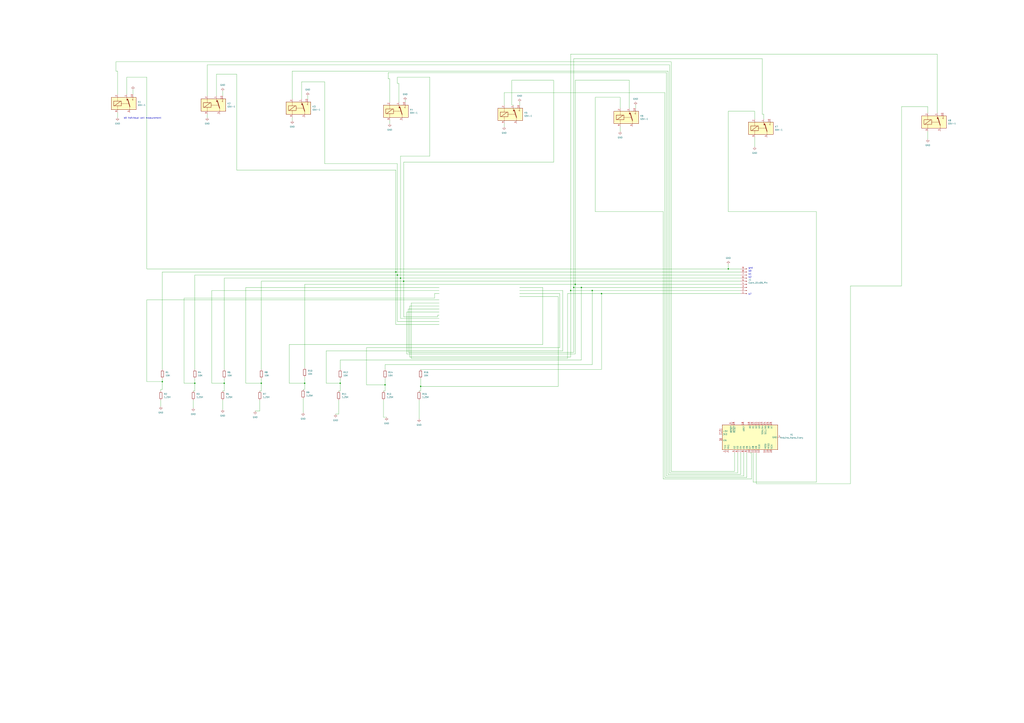
<source format=kicad_sch>
(kicad_sch (version 20230121) (generator eeschema)
  (paper "A1")
  (lib_symbols
    (symbol "Connector:Conn_01x09_Pin" (pin_names (offset 1.016) hide)
      (property "Reference" "J" (at 0 12.7 0))
      (property "Value" "Conn_01x09_Pin" (at 0 -12.7 0))
      (symbol "Conn_01x09_Pin_1_1"
        (polyline (pts (xy 1.27 -10.16) (xy 0.8636 -10.16)) (stroke (width 0.1524)))
        (polyline (pts (xy 1.27 -7.62) (xy 0.8636 -7.62)) (stroke (width 0.1524)))
        (polyline (pts (xy 1.27 -5.08) (xy 0.8636 -5.08)) (stroke (width 0.1524)))
        (polyline (pts (xy 1.27 -2.54) (xy 0.8636 -2.54)) (stroke (width 0.1524)))
        (polyline (pts (xy 1.27 0) (xy 0.8636 0)) (stroke (width 0.1524)))
        (polyline (pts (xy 1.27 2.54) (xy 0.8636 2.54)) (stroke (width 0.1524)))
        (polyline (pts (xy 1.27 5.08) (xy 0.8636 5.08)) (stroke (width 0.1524)))
        (polyline (pts (xy 1.27 7.62) (xy 0.8636 7.62)) (stroke (width 0.1524)))
        (polyline (pts (xy 1.27 10.16) (xy 0.8636 10.16)) (stroke (width 0.1524)))
        (rectangle (start 0.8636 -10.033) (end 0 -10.287) (stroke (width 0.1524)) (fill (type outline)))
        (rectangle (start 0.8636 -7.493) (end 0 -7.747) (stroke (width 0.1524)) (fill (type outline)))
        (rectangle (start 0.8636 -4.953) (end 0 -5.207) (stroke (width 0.1524)) (fill (type outline)))
        (rectangle (start 0.8636 -2.413) (end 0 -2.667) (stroke (width 0.1524)) (fill (type outline)))
        (rectangle (start 0.8636 0.127) (end 0 -0.127) (stroke (width 0.1524)) (fill (type outline)))
        (rectangle (start 0.8636 2.667) (end 0 2.413) (stroke (width 0.1524)) (fill (type outline)))
        (rectangle (start 0.8636 5.207) (end 0 4.953) (stroke (width 0.1524)) (fill (type outline)))
        (rectangle (start 0.8636 7.747) (end 0 7.493) (stroke (width 0.1524)) (fill (type outline)))
        (rectangle (start 0.8636 10.287) (end 0 10.033) (stroke (width 0.1524)) (fill (type outline)))
        (pin passive line (at 5.08 10.16 180) (length 3.81) (name "Pin_1") (number "1"))
        (pin passive line (at 5.08 7.62 180) (length 3.81) (name "Pin_2") (number "2"))
        (pin passive line (at 5.08 5.08 180) (length 3.81) (name "Pin_3") (number "3"))
        (pin passive line (at 5.08 2.54 180) (length 3.81) (name "Pin_4") (number "4"))
        (pin passive line (at 5.08 0 180) (length 3.81) (name "Pin_5") (number "5"))
        (pin passive line (at 5.08 -2.54 180) (length 3.81) (name "Pin_6") (number "6"))
        (pin passive line (at 5.08 -5.08 180) (length 3.81) (name "Pin_7") (number "7"))
        (pin passive line (at 5.08 -7.62 180) (length 3.81) (name "Pin_8") (number "8"))
        (pin passive line (at 5.08 -10.16 180) (length 3.81) (name "Pin_9") (number "9"))
      )
    )
    (symbol "Device:R" (pin_numbers hide) (pin_names (offset 0))
      (property "Reference" "R" (at 2.032 0 90))
      (property "Value" "R" (at 0 0 90))
      (symbol "R_0_1"
        (rectangle (start -1.016 -2.54) (end 1.016 2.54) (stroke (width 0.254)))
      )
      (symbol "R_1_1"
        (pin passive line (at 0 3.81 270) (length 1.27) (name "~") (number "1"))
        (pin passive line (at 0 -3.81 90) (length 1.27) (name "~") (number "2"))
      )
    )
    (symbol "MCU_Module:Arduino_Nano_Every"
      (property "Reference" "A" (at -10.16 23.495 0))
      (property "Value" "Arduino_Nano_Every" (at 5.08 -24.13 0))
      (symbol "Arduino_Nano_Every_0_1"
        (rectangle (start -10.16 22.86) (end 10.16 -22.86) (stroke (width 0.254)) (fill (type background)))
      )
      (symbol "Arduino_Nano_Every_1_1"
        (pin bidirectional line (at -12.7 20.32 0) (length 2.54) (name "TX1") (number "1"))
        (pin bidirectional line (at -12.7 0 0) (length 2.54) (name "D7") (number "10"))
        (pin bidirectional line (at -12.7 -2.54 0) (length 2.54) (name "D8") (number "11"))
        (pin bidirectional line (at -12.7 -5.08 0) (length 2.54) (name "D9") (number "12"))
        (pin bidirectional line (at -12.7 -7.62 0) (length 2.54) (name "D10") (number "13"))
        (pin bidirectional line (at -12.7 -12.7 0) (length 2.54) (name "MOSI") (number "14"))
        (pin bidirectional line (at -12.7 -15.24 0) (length 2.54) (name "MISO") (number "15"))
        (pin bidirectional line (at -12.7 -17.78 0) (length 2.54) (name "SCK") (number "16"))
        (pin power_out line (at 2.54 25.4 270) (length 2.54) (name "3V3") (number "17"))
        (pin input line (at 12.7 5.08 180) (length 2.54) (name "AREF") (number "18"))
        (pin bidirectional line (at 12.7 0 180) (length 2.54) (name "A0") (number "19"))
        (pin bidirectional line (at -12.7 17.78 0) (length 2.54) (name "RX1") (number "2"))
        (pin bidirectional line (at 12.7 -2.54 180) (length 2.54) (name "A1") (number "20"))
        (pin bidirectional line (at 12.7 -5.08 180) (length 2.54) (name "A2") (number "21"))
        (pin bidirectional line (at 12.7 -7.62 180) (length 2.54) (name "A3") (number "22"))
        (pin bidirectional line (at 12.7 -10.16 180) (length 2.54) (name "SDA/A4") (number "23"))
        (pin bidirectional line (at 12.7 -12.7 180) (length 2.54) (name "SCL/A5") (number "24"))
        (pin bidirectional line (at 12.7 -15.24 180) (length 2.54) (name "A6") (number "25"))
        (pin bidirectional line (at 12.7 -17.78 180) (length 2.54) (name "A7") (number "26"))
        (pin power_out line (at 5.08 25.4 270) (length 2.54) (name "+5V") (number "27"))
        (pin input line (at 12.7 12.7 180) (length 2.54) (name "~{RESET}") (number "28"))
        (pin passive line (at 0 -25.4 90) (length 2.54) hide (name "GND") (number "29"))
        (pin input line (at 12.7 15.24 180) (length 2.54) (name "~{RESET}") (number "3"))
        (pin power_in line (at -2.54 25.4 270) (length 2.54) (name "VIN") (number "30"))
        (pin power_in line (at 0 -25.4 90) (length 2.54) (name "GND") (number "4"))
        (pin bidirectional line (at -12.7 12.7 0) (length 2.54) (name "D2") (number "5"))
        (pin bidirectional line (at -12.7 10.16 0) (length 2.54) (name "D3") (number "6"))
        (pin bidirectional line (at -12.7 7.62 0) (length 2.54) (name "D4") (number "7"))
        (pin bidirectional line (at -12.7 5.08 0) (length 2.54) (name "D5") (number "8"))
        (pin bidirectional line (at -12.7 2.54 0) (length 2.54) (name "D6") (number "9"))
      )
    )
    (symbol "Relay:G5V-1"
      (property "Reference" "K" (at 11.43 3.81 0))
      (property "Value" "G5V-1" (at 11.43 1.27 0))
      (symbol "G5V-1_0_0"
        (polyline (pts (xy 7.62 5.08) (xy 7.62 2.54) (xy 6.985 3.175) (xy 7.62 3.81)))
      )
      (symbol "G5V-1_0_1"
        (rectangle (start -10.16 5.08) (end 10.16 -5.08) (stroke (width 0.254)) (fill (type background)))
        (rectangle (start -8.255 1.905) (end -1.905 -1.905) (stroke (width 0.254)))
        (polyline (pts (xy -7.62 -1.905) (xy -2.54 1.905)) (stroke (width 0.254)))
        (polyline (pts (xy -5.08 -5.08) (xy -5.08 -1.905)))
        (polyline (pts (xy -5.08 5.08) (xy -5.08 1.905)))
        (polyline (pts (xy -1.905 0) (xy -1.27 0)) (stroke (width 0.254)))
        (polyline (pts (xy -0.635 0) (xy 0 0)) (stroke (width 0.254)))
        (polyline (pts (xy 0.635 0) (xy 1.27 0)) (stroke (width 0.254)))
        (polyline (pts (xy 1.905 0) (xy 2.54 0)) (stroke (width 0.254)))
        (polyline (pts (xy 3.175 0) (xy 3.81 0)) (stroke (width 0.254)))
        (polyline (pts (xy 5.08 -2.54) (xy 3.175 3.81)) (stroke (width 0.508)))
        (polyline (pts (xy 5.08 -2.54) (xy 5.08 -5.08)))
        (polyline (pts (xy 2.54 5.08) (xy 2.54 2.54) (xy 3.175 3.175) (xy 2.54 3.81)) (fill (type outline)))
      )
      (symbol "G5V-1_1_1"
        (pin passive line (at 2.54 7.62 270) (length 2.54) (name "~") (number "1"))
        (pin passive line (at 7.62 7.62 270) (length 2.54) (name "~") (number "10"))
        (pin passive line (at -5.08 7.62 270) (length 2.54) (name "~") (number "2"))
        (pin passive line (at 5.08 -7.62 90) (length 2.54) (name "~") (number "5"))
        (pin passive line (at 5.08 -7.62 90) (length 2.54) hide (name "~") (number "6"))
        (pin passive line (at -5.08 -7.62 90) (length 2.54) (name "~") (number "9"))
      )
    )
    (symbol "power:GND" (power) (pin_names (offset 0))
      (property "Value" "GND" (at 0 -3.81 0))
      (symbol "GND_0_1"
        (polyline (pts (xy 0 0) (xy 0 -1.27) (xy 1.27 -1.27) (xy 0 -2.54) (xy -1.27 -1.27) (xy 0 -1.27)))
      )
      (symbol "GND_1_1"
        (pin power_in line (at 0 0 270) (length 0) hide (name "GND") (number "1"))
      )
    )
  )
  (junction (at 486.41 238.76))
  (junction (at 598.17 220.98))
  (junction (at 345.44 317.5))
  (junction (at 214.63 314.96))
  (junction (at 331.47 231.14))
  (junction (at 468.63 238.76))
  (junction (at 494.03 241.3))
  (junction (at 325.12 223.52))
  (junction (at 472.44 233.68))
  (junction (at 133.35 313.69))
  (junction (at 328.93 228.6))
  (junction (at 316.23 316.23))
  (junction (at 184.15 314.96))
  (junction (at 160.02 314.96))
  (junction (at 477.52 236.22))
  (junction (at 250.19 314.96))
  (junction (at 471.17 236.22))
  (junction (at 279.4 314.96))
  (junction (at 326.39 226.06))
  (wire (pts (xy 546.1 392.43) (xy 613.41 392.43)))
  (wire (pts (xy 608.33 226.06) (xy 326.39 226.06)))
  (wire (pts (xy 608.33 220.98) (xy 598.17 220.98)))
  (wire (pts (xy 325.12 223.52) (xy 133.35 223.52)))
  (wire (pts (xy 426.72 243.84) (xy 458.47 243.84)))
  (wire (pts (xy 250.19 314.96) (xy 237.49 314.96)))
  (wire (pts (xy 279.4 295.91) (xy 279.4 303.53)))
  (wire (pts (xy 459.74 241.3) (xy 426.72 241.3)))
  (wire (pts (xy 619.76 113.03) (xy 619.76 120.65)))
  (wire (pts (xy 608.33 233.68) (xy 472.44 233.68)))
  (wire (pts (xy 477.52 236.22) (xy 608.33 236.22)))
  (wire (pts (xy 133.35 313.69) (xy 120.65 313.69)))
  (wire (pts (xy 214.63 314.96) (xy 214.63 321.31)))
  (wire (pts (xy 332.74 82.55) (xy 332.74 83.82)))
  (wire (pts (xy 326.39 226.06) (xy 160.02 226.06)))
  (wire (pts (xy 331.47 231.14) (xy 331.47 260.35)))
  (wire (pts (xy 335.28 254) (xy 335.28 289.56)))
  (wire (pts (xy 509.27 80.01) (xy 488.95 80.01)))
  (wire (pts (xy 613.41 372.11) (xy 613.41 392.43)))
  (wire (pts (xy 603.25 372.11) (xy 603.25 387.35)))
  (wire (pts (xy 762 92.71) (xy 762 87.63)))
  (wire (pts (xy 278.13 328.93) (xy 278.13 340.36)))
  (wire (pts (xy 240.03 58.42) (xy 240.03 81.28)))
  (wire (pts (xy 486.41 238.76) (xy 468.63 238.76)))
  (wire (pts (xy 279.4 314.96) (xy 267.97 314.96)))
  (wire (pts (xy 250.19 314.96) (xy 250.19 320.04)))
  (wire (pts (xy 472.44 233.68) (xy 250.19 233.68)))
  (wire (pts (xy 619.76 91.44) (xy 598.17 91.44)))
  (wire (pts (xy 426.72 236.22) (xy 445.77 236.22)))
  (wire (pts (xy 359.41 260.35) (xy 359.41 259.08)))
  (wire (pts (xy 214.63 231.14) (xy 214.63 303.53)))
  (wire (pts (xy 325.12 266.7) (xy 360.68 266.7)))
  (wire (pts (xy 509.27 88.9) (xy 509.27 80.01)))
  (wire (pts (xy 420.37 66.04) (xy 420.37 86.36)))
  (wire (pts (xy 608.33 389.89) (xy 548.64 389.89)))
  (wire (pts (xy 608.33 241.3) (xy 494.03 241.3)))
  (wire (pts (xy 250.19 320.04) (xy 248.92 320.04)))
  (wire (pts (xy 509.27 104.14) (xy 509.27 107.95)))
  (wire (pts (xy 318.77 64.77) (xy 320.04 64.77)))
  (wire (pts (xy 240.03 96.52) (xy 240.03 99.06)))
  (wire (pts (xy 626.11 48.26) (xy 626.11 93.98)))
  (wire (pts (xy 331.47 260.35) (xy 359.41 260.35)))
  (wire (pts (xy 326.39 226.06) (xy 326.39 264.16)))
  (wire (pts (xy 617.22 393.7) (xy 617.22 372.11)))
  (wire (pts (xy 359.41 259.08) (xy 360.68 259.08)))
  (wire (pts (xy 151.13 245.11) (xy 356.87 245.11)))
  (wire (pts (xy 173.99 314.96) (xy 173.99 238.76)))
  (wire (pts (xy 494.03 303.53) (xy 345.44 303.53)))
  (wire (pts (xy 320.04 99.06) (xy 320.04 101.6)))
  (wire (pts (xy 670.56 396.24) (xy 618.49 396.24)))
  (wire (pts (xy 250.19 233.68) (xy 250.19 302.26)))
  (wire (pts (xy 670.56 173.99) (xy 670.56 396.24)))
  (wire (pts (xy 466.09 294.64) (xy 337.82 294.64)))
  (wire (pts (xy 617.22 372.11) (xy 615.95 372.11)))
  (wire (pts (xy 300.99 285.75) (xy 459.74 285.75)))
  (wire (pts (xy 120.65 63.5) (xy 104.14 63.5)))
  (wire (pts (xy 486.41 299.72) (xy 316.23 299.72)))
  (wire (pts (xy 608.33 238.76) (xy 486.41 238.76)))
  (wire (pts (xy 214.63 314.96) (xy 201.93 314.96)))
  (wire (pts (xy 356.87 241.3) (xy 360.68 241.3)))
  (wire (pts (xy 158.75 328.93) (xy 158.75 335.28)))
  (wire (pts (xy 279.4 314.96) (xy 279.4 321.31)))
  (wire (pts (xy 598.17 173.99) (xy 670.56 173.99)))
  (wire (pts (xy 326.39 134.62) (xy 266.7 134.62)))
  (wire (pts (xy 120.65 313.69) (xy 120.65 246.38)))
  (wire (pts (xy 201.93 236.22) (xy 360.68 236.22)))
  (wire (pts (xy 414.02 101.6) (xy 414.02 104.14)))
  (wire (pts (xy 278.13 340.36) (xy 275.59 340.36)))
  (wire (pts (xy 267.97 314.96) (xy 267.97 288.29)))
  (wire (pts (xy 177.8 60.96) (xy 177.8 78.74)))
  (wire (pts (xy 170.18 53.34) (xy 549.91 53.34)))
  (wire (pts (xy 494.03 241.3) (xy 466.09 241.3)))
  (wire (pts (xy 132.08 320.04) (xy 132.08 321.31)))
  (wire (pts (xy 182.88 328.93) (xy 182.88 336.55)))
  (wire (pts (xy 472.44 290.83) (xy 334.01 290.83)))
  (wire (pts (xy 459.74 285.75) (xy 459.74 241.3)))
  (wire (pts (xy 325.12 223.52) (xy 325.12 139.7)))
  (wire (pts (xy 160.02 311.15) (xy 160.02 314.96)))
  (wire (pts (xy 173.99 238.76) (xy 360.68 238.76)))
  (wire (pts (xy 551.18 50.8) (xy 95.25 50.8)))
  (wire (pts (xy 151.13 314.96) (xy 151.13 245.11)))
  (wire (pts (xy 279.4 321.31) (xy 278.13 321.31)))
  (wire (pts (xy 472.44 233.68) (xy 472.44 290.83)))
  (wire (pts (xy 471.17 48.26) (xy 626.11 48.26)))
  (wire (pts (xy 621.03 397.51) (xy 621.03 372.11)))
  (wire (pts (xy 486.41 238.76) (xy 486.41 299.72)))
  (wire (pts (xy 182.88 74.93) (xy 182.88 78.74)))
  (wire (pts (xy 300.99 316.23) (xy 300.99 285.75)))
  (wire (pts (xy 184.15 314.96) (xy 184.15 321.31)))
  (wire (pts (xy 345.44 321.31) (xy 344.17 321.31)))
  (wire (pts (xy 551.18 387.35) (xy 551.18 50.8)))
  (wire (pts (xy 337.82 248.92) (xy 360.68 248.92)))
  (wire (pts (xy 544.83 173.99) (xy 544.83 393.7)))
  (wire (pts (xy 328.93 128.27) (xy 353.06 128.27)))
  (wire (pts (xy 345.44 311.15) (xy 345.44 317.5)))
  (wire (pts (xy 104.14 63.5) (xy 104.14 77.47)))
  (wire (pts (xy 240.03 58.42) (xy 548.64 58.42)))
  (wire (pts (xy 608.33 228.6) (xy 328.93 228.6)))
  (wire (pts (xy 237.49 283.21) (xy 445.77 283.21)))
  (wire (pts (xy 619.76 97.79) (xy 619.76 91.44)))
  (wire (pts (xy 356.87 245.11) (xy 356.87 241.3)))
  (wire (pts (xy 610.87 391.16) (xy 547.37 391.16)))
  (wire (pts (xy 266.7 134.62) (xy 266.7 67.31)))
  (wire (pts (xy 420.37 86.36) (xy 421.64 86.36)))
  (wire (pts (xy 120.65 246.38) (xy 360.68 246.38)))
  (wire (pts (xy 160.02 321.31) (xy 158.75 321.31)))
  (wire (pts (xy 627.38 93.98) (xy 627.38 97.79)))
  (wire (pts (xy 762 87.63) (xy 740.41 87.63)))
  (wire (pts (xy 426.72 83.82) (xy 426.72 86.36)))
  (wire (pts (xy 698.5 397.51) (xy 621.03 397.51)))
  (wire (pts (xy 160.02 314.96) (xy 151.13 314.96)))
  (wire (pts (xy 266.7 67.31) (xy 247.65 67.31)))
  (wire (pts (xy 326.39 68.58) (xy 327.66 68.58)))
  (wire (pts (xy 133.35 320.04) (xy 132.08 320.04)))
  (wire (pts (xy 336.55 293.37) (xy 336.55 251.46)))
  (wire (pts (xy 328.93 228.6) (xy 328.93 261.62)))
  (wire (pts (xy 320.04 64.77) (xy 320.04 83.82)))
  (wire (pts (xy 120.65 220.98) (xy 120.65 63.5)))
  (wire (pts (xy 314.96 342.9) (xy 317.5 342.9)))
  (wire (pts (xy 316.23 316.23) (xy 300.99 316.23)))
  (wire (pts (xy 471.17 289.56) (xy 471.17 236.22)))
  (wire (pts (xy 468.63 293.37) (xy 336.55 293.37)))
  (wire (pts (xy 608.33 372.11) (xy 608.33 389.89)))
  (wire (pts (xy 477.52 236.22) (xy 477.52 295.91)))
  (wire (pts (xy 345.44 317.5) (xy 458.47 317.5)))
  (wire (pts (xy 603.25 387.35) (xy 551.18 387.35)))
  (wire (pts (xy 462.28 238.76) (xy 426.72 238.76)))
  (wire (pts (xy 331.47 133.35) (xy 454.66 133.35)))
  (wire (pts (xy 516.89 66.04) (xy 516.89 88.9)))
  (wire (pts (xy 250.19 309.88) (xy 250.19 314.96)))
  (wire (pts (xy 466.09 241.3) (xy 466.09 294.64)))
  (wire (pts (xy 769.62 44.45) (xy 769.62 92.71)))
  (wire (pts (xy 318.77 59.69) (xy 547.37 59.69)))
  (wire (pts (xy 214.63 321.31) (xy 213.36 321.31)))
  (wire (pts (xy 598.17 220.98) (xy 120.65 220.98)))
  (wire (pts (xy 544.83 393.7) (xy 617.22 393.7)))
  (wire (pts (xy 247.65 67.31) (xy 247.65 81.28)))
  (wire (pts (xy 316.23 321.31) (xy 314.96 321.31)))
  (wire (pts (xy 472.44 233.68) (xy 472.44 66.04)))
  (wire (pts (xy 214.63 311.15) (xy 214.63 314.96)))
  (wire (pts (xy 468.63 238.76) (xy 468.63 44.45)))
  (wire (pts (xy 468.63 238.76) (xy 468.63 293.37)))
  (wire (pts (xy 462.28 288.29) (xy 462.28 238.76)))
  (wire (pts (xy 194.31 139.7) (xy 194.31 60.96)))
  (wire (pts (xy 184.15 314.96) (xy 173.99 314.96)))
  (wire (pts (xy 337.82 294.64) (xy 337.82 248.92)))
  (wire (pts (xy 184.15 321.31) (xy 182.88 321.31)))
  (wire (pts (xy 521.97 86.36) (xy 521.97 88.9)))
  (wire (pts (xy 325.12 139.7) (xy 194.31 139.7)))
  (wire (pts (xy 328.93 228.6) (xy 184.15 228.6)))
  (wire (pts (xy 95.25 58.42) (xy 96.52 58.42)))
  (wire (pts (xy 96.52 92.71) (xy 96.52 96.52)))
  (wire (pts (xy 331.47 231.14) (xy 331.47 133.35)))
  (wire (pts (xy 170.18 78.74) (xy 170.18 53.34)))
  (wire (pts (xy 325.12 223.52) (xy 325.12 266.7)))
  (wire (pts (xy 314.96 328.93) (xy 314.96 342.9)))
  (wire (pts (xy 267.97 288.29) (xy 462.28 288.29)))
  (wire (pts (xy 488.95 173.99) (xy 544.83 173.99)))
  (wire (pts (xy 546.1 76.2) (xy 414.02 76.2)))
  (wire (pts (xy 762 107.95) (xy 762 114.3)))
  (wire (pts (xy 201.93 314.96) (xy 201.93 236.22)))
  (wire (pts (xy 740.41 234.95) (xy 698.5 234.95)))
  (wire (pts (xy 184.15 311.15) (xy 184.15 314.96)))
  (wire (pts (xy 194.31 60.96) (xy 177.8 60.96)))
  (wire (pts (xy 549.91 53.34) (xy 549.91 388.62)))
  (wire (pts (xy 598.17 217.17) (xy 598.17 220.98)))
  (wire (pts (xy 740.41 87.63) (xy 740.41 234.95)))
  (wire (pts (xy 336.55 251.46) (xy 360.68 251.46)))
  (wire (pts (xy 494.03 241.3) (xy 494.03 303.53)))
  (wire (pts (xy 334.01 256.54) (xy 360.68 256.54)))
  (wire (pts (xy 608.33 231.14) (xy 331.47 231.14)))
  (wire (pts (xy 96.52 58.42) (xy 96.52 77.47)))
  (wire (pts (xy 328.93 228.6) (xy 328.93 128.27)))
  (wire (pts (xy 468.63 44.45) (xy 769.62 44.45)))
  (wire (pts (xy 331.47 231.14) (xy 214.63 231.14)))
  (wire (pts (xy 316.23 311.15) (xy 316.23 316.23)))
  (wire (pts (xy 605.79 388.62) (xy 605.79 372.11)))
  (wire (pts (xy 328.93 261.62) (xy 360.68 261.62)))
  (wire (pts (xy 445.77 283.21) (xy 445.77 236.22)))
  (wire (pts (xy 353.06 128.27) (xy 353.06 63.5)))
  (wire (pts (xy 454.66 66.04) (xy 420.37 66.04)))
  (wire (pts (xy 133.35 311.15) (xy 133.35 313.69)))
  (wire (pts (xy 454.66 133.35) (xy 454.66 66.04)))
  (wire (pts (xy 237.49 314.96) (xy 237.49 283.21)))
  (wire (pts (xy 335.28 289.56) (xy 471.17 289.56)))
  (wire (pts (xy 477.52 295.91) (xy 279.4 295.91)))
  (wire (pts (xy 414.02 76.2) (xy 414.02 86.36)))
  (wire (pts (xy 344.17 328.93) (xy 344.17 344.17)))
  (wire (pts (xy 213.36 328.93) (xy 213.36 337.82)))
  (wire (pts (xy 133.35 223.52) (xy 133.35 303.53)))
  (wire (pts (xy 618.49 396.24) (xy 618.49 372.11)))
  (wire (pts (xy 610.87 372.11) (xy 610.87 391.16)))
  (wire (pts (xy 488.95 80.01) (xy 488.95 173.99)))
  (wire (pts (xy 109.22 73.66) (xy 109.22 77.47)))
  (wire (pts (xy 549.91 388.62) (xy 605.79 388.62)))
  (wire (pts (xy 698.5 234.95) (xy 698.5 397.51)))
  (wire (pts (xy 132.08 328.93) (xy 132.08 334.01)))
  (wire (pts (xy 252.73 78.74) (xy 252.73 81.28)))
  (wire (pts (xy 608.33 223.52) (xy 325.12 223.52)))
  (wire (pts (xy 318.77 59.69) (xy 318.77 64.77)))
  (wire (pts (xy 248.92 327.66) (xy 248.92 339.09)))
  (wire (pts (xy 471.17 236.22) (xy 477.52 236.22)))
  (wire (pts (xy 334.01 290.83) (xy 334.01 256.54)))
  (wire (pts (xy 160.02 226.06) (xy 160.02 303.53)))
  (wire (pts (xy 213.36 337.82) (xy 209.55 337.82)))
  (wire (pts (xy 133.35 313.69) (xy 133.35 320.04)))
  (wire (pts (xy 326.39 264.16) (xy 360.68 264.16)))
  (wire (pts (xy 170.18 93.98) (xy 170.18 96.52)))
  (wire (pts (xy 547.37 391.16) (xy 547.37 59.69)))
  (wire (pts (xy 548.64 58.42) (xy 548.64 389.89)))
  (wire (pts (xy 546.1 392.43) (xy 546.1 76.2)))
  (wire (pts (xy 345.44 317.5) (xy 345.44 321.31)))
  (wire (pts (xy 472.44 66.04) (xy 516.89 66.04)))
  (wire (pts (xy 626.11 93.98) (xy 627.38 93.98)))
  (wire (pts (xy 327.66 68.58) (xy 327.66 83.82)))
  (wire (pts (xy 316.23 299.72) (xy 316.23 303.53)))
  (wire (pts (xy 598.17 91.44) (xy 598.17 173.99)))
  (wire (pts (xy 326.39 226.06) (xy 326.39 134.62)))
  (wire (pts (xy 316.23 316.23) (xy 316.23 321.31)))
  (wire (pts (xy 360.68 254) (xy 335.28 254)))
  (wire (pts (xy 160.02 314.96) (xy 160.02 321.31)))
  (wire (pts (xy 458.47 317.5) (xy 458.47 243.84)))
  (wire (pts (xy 353.06 63.5) (xy 326.39 63.5)))
  (wire (pts (xy 326.39 63.5) (xy 326.39 68.58)))
  (wire (pts (xy 95.25 50.8) (xy 95.25 58.42)))
  (wire (pts (xy 184.15 228.6) (xy 184.15 303.53)))
  (wire (pts (xy 279.4 311.15) (xy 279.4 314.96)))
  (wire (pts (xy 471.17 236.22) (xy 471.17 48.26)))
  (text "b0" (at 614.68 223.52 0) (effects (font (size 1.27 1.27)) (justify left bottom)))
  (text "b7" (at 614.68 242.57 0) (effects (font (size 1.27 1.27)) (justify left bottom)))
  (text "b0 individual cell measurement" (at 101.6 97.79 0) (effects (font (size 1.27 1.27)) (justify left bottom)))
  (text "b1" (at 614.68 226.06 0) (effects (font (size 1.27 1.27)) (justify left bottom)))
  (text "b2" (at 614.68 228.6 0) (effects (font (size 1.27 1.27)) (justify left bottom)))
  (text "gnd" (at 614.68 220.98 0) (effects (font (size 1.27 1.27)) (justify left bottom)))
  (symbol (lib_id "Device:R") (at 278.13 325.12 0) (unit 1)
    (property "Reference" "R11" (at 280.67 323.85 0) (effects (justify left)))
    (property "Value" "1.25K" (at 280.67 326.39 0) (effects (justify left)))
    (property "Footprint" "Resistor_SMD:R_0805_2012Metric" (effects hide))
  )
  (symbol (lib_id "Relay:G5V-1") (at 419.1 93.98 0) (unit 1)
    (property "Reference" "K5" (at 430.53 92.71 0) (effects (justify left)))
    (property "Value" "G5V-1" (at 430.53 95.25 0) (effects (justify left)))
    (property "Footprint" "Relay_THT:Relay_SPDT_Omron_G5V-1" (effects hide))
    (property "Datasheet" "http://omronfs.omron.com/en_US/ecb/products/pdf/en-g5v_1.pdf" (effects hide))
  )
  (symbol (lib_id "power:GND") (at 317.5 342.9 0) (unit 1)
    (property "Reference" "#PWR021" (effects hide))
    (property "Value" "GND" (at 317.5 347.98 0))
  )
  (symbol (lib_id "power:GND") (at 521.97 86.36 180) (unit 1)
    (property "Reference" "#PWR014" (effects hide))
    (property "Value" "GND" (at 521.97 81.28 0))
  )
  (symbol (lib_id "Device:R") (at 182.88 325.12 0) (unit 1)
    (property "Reference" "R5" (at 185.42 323.85 0) (effects (justify left)))
    (property "Value" "1.25K" (at 185.42 326.39 0) (effects (justify left)))
    (property "Footprint" "Resistor_SMD:R_0805_2012Metric" (effects hide))
  )
  (symbol (lib_id "power:GND") (at 170.18 96.52 0) (unit 1)
    (property "Reference" "#PWR02" (effects hide))
    (property "Value" "GND" (at 170.18 101.6 0))
  )
  (symbol (lib_id "power:GND") (at 619.76 120.65 0) (unit 1)
    (property "Reference" "#PWR07" (effects hide))
    (property "Value" "GND" (at 619.76 125.73 0))
  )
  (symbol (lib_id "power:GND") (at 96.52 96.52 0) (unit 1)
    (property "Reference" "#PWR01" (effects hide))
    (property "Value" "GND" (at 96.52 101.6 0))
  )
  (symbol (lib_id "Device:R") (at 132.08 325.12 0) (unit 1)
    (property "Reference" "R2" (at 134.62 323.85 0) (effects (justify left)))
    (property "Value" "1.25K" (at 134.62 326.39 0) (effects (justify left)))
    (property "Footprint" "Resistor_SMD:R_0805_2012Metric" (effects hide))
  )
  (symbol (lib_id "Relay:G5V-1") (at 175.26 86.36 0) (unit 1)
    (property "Reference" "K2" (at 186.69 85.09 0) (effects (justify left)))
    (property "Value" "G5V-1" (at 186.69 87.63 0) (effects (justify left)))
    (property "Footprint" "Relay_THT:Relay_SPDT_Omron_G5V-1" (effects hide))
    (property "Datasheet" "http://omronfs.omron.com/en_US/ecb/products/pdf/en-g5v_1.pdf" (effects hide))
  )
  (symbol (lib_id "Device:R") (at 344.17 325.12 0) (unit 1)
    (property "Reference" "R15" (at 346.71 323.85 0) (effects (justify left)))
    (property "Value" "1.25K" (at 346.71 326.39 0) (effects (justify left)))
    (property "Footprint" "Resistor_SMD:R_0805_2012Metric" (effects hide))
  )
  (symbol (lib_id "Device:R") (at 279.4 307.34 0) (unit 1)
    (property "Reference" "R12" (at 281.94 306.07 0) (effects (justify left)))
    (property "Value" "10K" (at 281.94 308.61 0) (effects (justify left)))
    (property "Footprint" "Resistor_SMD:R_0805_2012Metric" (effects hide))
  )
  (symbol (lib_id "power:GND") (at 426.72 83.82 180) (unit 1)
    (property "Reference" "#PWR013" (effects hide))
    (property "Value" "GND" (at 426.72 78.74 0))
  )
  (symbol (lib_id "power:GND") (at 598.17 217.17 180) (unit 1)
    (property "Reference" "#PWR023" (effects hide))
    (property "Value" "GND" (at 598.17 212.09 0))
  )
  (symbol (lib_id "Device:R") (at 133.35 307.34 0) (unit 1)
    (property "Reference" "R1" (at 135.89 306.07 0) (effects (justify left)))
    (property "Value" "10K" (at 135.89 308.61 0) (effects (justify left)))
    (property "Footprint" "Resistor_SMD:R_0805_2012Metric" (effects hide))
  )
  (symbol (lib_id "Relay:G5V-1") (at 325.12 91.44 0) (unit 1)
    (property "Reference" "K4" (at 336.55 90.17 0) (effects (justify left)))
    (property "Value" "G5V-1" (at 336.55 92.71 0) (effects (justify left)))
    (property "Footprint" "Relay_THT:Relay_SPDT_Omron_G5V-1" (effects hide))
    (property "Datasheet" "http://omronfs.omron.com/en_US/ecb/products/pdf/en-g5v_1.pdf" (effects hide))
  )
  (symbol (lib_id "power:GND") (at 762 114.3 0) (unit 1)
    (property "Reference" "#PWR08" (effects hide))
    (property "Value" "GND" (at 762 119.38 0))
  )
  (symbol (lib_id "power:GND") (at 209.55 337.82 0) (unit 1)
    (property "Reference" "#PWR018" (effects hide))
    (property "Value" "GND" (at 209.55 342.9 0))
  )
  (symbol (lib_id "Device:R") (at 314.96 325.12 0) (unit 1)
    (property "Reference" "R13" (at 317.5 323.85 0) (effects (justify left)))
    (property "Value" "1.25K" (at 317.5 326.39 0) (effects (justify left)))
    (property "Footprint" "Resistor_SMD:R_0805_2012Metric" (effects hide))
  )
  (symbol (lib_id "power:GND") (at 240.03 99.06 0) (unit 1)
    (property "Reference" "#PWR03" (effects hide))
    (property "Value" "GND" (at 240.03 104.14 0))
  )
  (symbol (lib_id "power:GND") (at 252.73 78.74 180) (unit 1)
    (property "Reference" "#PWR011" (effects hide))
    (property "Value" "GND" (at 252.73 73.66 0))
  )
  (symbol (lib_id "Relay:G5V-1") (at 624.84 105.41 0) (unit 1)
    (property "Reference" "K7" (at 636.27 104.14 0) (effects (justify left)))
    (property "Value" "G5V-1" (at 636.27 106.68 0) (effects (justify left)))
    (property "Footprint" "Relay_THT:Relay_SPDT_Omron_G5V-1" (effects hide))
    (property "Datasheet" "http://omronfs.omron.com/en_US/ecb/products/pdf/en-g5v_1.pdf" (effects hide))
  )
  (symbol (lib_id "Relay:G5V-1") (at 245.11 88.9 0) (unit 1)
    (property "Reference" "K3" (at 256.54 87.63 0) (effects (justify left)))
    (property "Value" "G5V-1" (at 256.54 90.17 0) (effects (justify left)))
    (property "Footprint" "Relay_THT:Relay_SPDT_Omron_G5V-1" (effects hide))
    (property "Datasheet" "http://omronfs.omron.com/en_US/ecb/products/pdf/en-g5v_1.pdf" (effects hide))
  )
  (symbol (lib_id "Device:R") (at 158.75 325.12 0) (unit 1)
    (property "Reference" "R3" (at 161.29 323.85 0) (effects (justify left)))
    (property "Value" "1.25K" (at 161.29 326.39 0) (effects (justify left)))
    (property "Footprint" "Resistor_SMD:R_0805_2012Metric" (effects hide))
  )
  (symbol (lib_id "Device:R") (at 213.36 325.12 0) (unit 1)
    (property "Reference" "R7" (at 215.9 323.85 0) (effects (justify left)))
    (property "Value" "1.25K" (at 215.9 326.39 0) (effects (justify left)))
    (property "Footprint" "Resistor_SMD:R_0805_2012Metric" (effects hide))
  )
  (symbol (lib_id "Relay:G5V-1") (at 767.08 100.33 0) (unit 1)
    (property "Reference" "K8" (at 778.51 99.06 0) (effects (justify left)))
    (property "Value" "G5V-1" (at 778.51 101.6 0) (effects (justify left)))
    (property "Footprint" "Relay_THT:Relay_SPDT_Omron_G5V-1" (effects hide))
    (property "Datasheet" "http://omronfs.omron.com/en_US/ecb/products/pdf/en-g5v_1.pdf" (effects hide))
  )
  (symbol (lib_id "power:GND") (at 158.75 335.28 0) (unit 1)
    (property "Reference" "#PWR016" (effects hide))
    (property "Value" "GND" (at 158.75 340.36 0))
  )
  (symbol (lib_id "power:GND") (at 414.02 104.14 0) (unit 1)
    (property "Reference" "#PWR05" (effects hide))
    (property "Value" "GND" (at 414.02 109.22 0))
  )
  (symbol (lib_id "Device:R") (at 160.02 307.34 0) (unit 1)
    (property "Reference" "R4" (at 162.56 306.07 0) (effects (justify left)))
    (property "Value" "10K" (at 162.56 308.61 0) (effects (justify left)))
    (property "Footprint" "Resistor_SMD:R_0805_2012Metric" (effects hide))
  )
  (symbol (lib_id "Device:R") (at 250.19 306.07 0) (unit 1)
    (property "Reference" "R10" (at 252.73 304.8 0) (effects (justify left)))
    (property "Value" "10K" (at 252.73 307.34 0) (effects (justify left)))
    (property "Footprint" "Resistor_SMD:R_0805_2012Metric" (effects hide))
  )
  (symbol (lib_id "Device:R") (at 248.92 323.85 0) (unit 1)
    (property "Reference" "R9" (at 251.46 322.58 0) (effects (justify left)))
    (property "Value" "1.25K" (at 251.46 325.12 0) (effects (justify left)))
    (property "Footprint" "Resistor_SMD:R_0805_2012Metric" (effects hide))
  )
  (symbol (lib_id "Device:R") (at 214.63 307.34 0) (unit 1)
    (property "Reference" "R8" (at 217.17 306.07 0) (effects (justify left)))
    (property "Value" "10K" (at 217.17 308.61 0) (effects (justify left)))
    (property "Footprint" "Resistor_SMD:R_0805_2012Metric" (effects hide))
  )
  (symbol (lib_id "power:GND") (at 275.59 340.36 0) (unit 1)
    (property "Reference" "#PWR020" (effects hide))
    (property "Value" "GND" (at 275.59 345.44 0))
  )
  (symbol (lib_id "power:GND") (at 332.74 82.55 180) (unit 1)
    (property "Reference" "#PWR012" (effects hide))
    (property "Value" "GND" (at 332.74 77.47 0))
  )
  (symbol (lib_id "power:GND") (at 248.92 339.09 0) (unit 1)
    (property "Reference" "#PWR019" (effects hide))
    (property "Value" "GND" (at 248.92 344.17 0))
  )
  (symbol (lib_id "power:GND") (at 320.04 101.6 0) (unit 1)
    (property "Reference" "#PWR04" (effects hide))
    (property "Value" "GND" (at 320.04 106.68 0))
  )
  (symbol (lib_id "Connector:Conn_01x09_Pin") (at 613.41 231.14 180) (unit 1)
    (property "Reference" "J1" (at 614.68 229.87 0) (effects (justify right)))
    (property "Value" "Conn_01x09_Pin" (at 614.68 232.41 0) (effects (justify right)))
  )
  (symbol (lib_id "power:GND") (at 182.88 74.93 180) (unit 1)
    (property "Reference" "#PWR010" (effects hide))
    (property "Value" "GND" (at 182.88 69.85 0))
  )
  (symbol (lib_id "power:GND") (at 132.08 334.01 0) (unit 1)
    (property "Reference" "#PWR015" (effects hide))
    (property "Value" "GND" (at 132.08 339.09 0))
  )
  (symbol (lib_id "Device:R") (at 345.44 307.34 0) (unit 1)
    (property "Reference" "R16" (at 347.98 306.07 0) (effects (justify left)))
    (property "Value" "10K" (at 347.98 308.61 0) (effects (justify left)))
    (property "Footprint" "Resistor_SMD:R_0805_2012Metric" (effects hide))
  )
  (symbol (lib_id "Relay:G5V-1") (at 101.6 85.09 0) (unit 1)
    (property "Reference" "K1" (at 113.03 83.82 0) (effects (justify left)))
    (property "Value" "G5V-1" (at 113.03 86.36 0) (effects (justify left)))
    (property "Footprint" "Relay_THT:Relay_SPDT_Omron_G5V-1" (effects hide))
    (property "Datasheet" "http://omronfs.omron.com/en_US/ecb/products/pdf/en-g5v_1.pdf" (effects hide))
  )
  (symbol (lib_id "power:GND") (at 182.88 336.55 0) (unit 1)
    (property "Reference" "#PWR017" (effects hide))
    (property "Value" "GND" (at 182.88 341.63 0))
  )
  (symbol (lib_id "Relay:G5V-1") (at 514.35 96.52 0) (unit 1)
    (property "Reference" "K6" (at 525.78 95.25 0) (effects (justify left)))
    (property "Value" "G5V-1" (at 525.78 97.79 0) (effects (justify left)))
    (property "Footprint" "Relay_THT:Relay_SPDT_Omron_G5V-1" (effects hide))
    (property "Datasheet" "http://omronfs.omron.com/en_US/ecb/products/pdf/en-g5v_1.pdf" (effects hide))
  )
  (symbol (lib_id "power:GND") (at 344.17 344.17 0) (unit 1)
    (property "Reference" "#PWR022" (effects hide))
    (property "Value" "GND" (at 344.17 349.25 0))
  )
  (symbol (lib_id "power:GND") (at 109.22 73.66 180) (unit 1)
    (property "Reference" "#PWR09" (effects hide))
    (property "Value" "GND" (effects hide))
  )
  (symbol (lib_id "Device:R") (at 316.23 307.34 0) (unit 1)
    (property "Reference" "R14" (at 318.77 306.07 0) (effects (justify left)))
    (property "Value" "10K" (at 318.77 308.61 0) (effects (justify left)))
    (property "Footprint" "Resistor_SMD:R_0805_2012Metric" (effects hide))
  )
  (symbol (lib_id "MCU_Module:Arduino_Nano_Every") (at 615.95 359.41 90) (unit 1)
    (property "Reference" "A1" (at 650.24 357.1941 90))
    (property "Value" "Arduino_Nano_Every" (at 650.24 359.7341 90))
    (property "Footprint" "Module:Arduino_Nano" (effects hide))
    (property "Datasheet" "https://content.arduino.cc/assets/NANOEveryV3.0_sch.pdf" (effects hide))
  )
  (symbol (lib_id "power:GND") (at 509.27 107.95 0) (unit 1)
    (property "Reference" "#PWR06" (effects hide))
    (property "Value" "GND" (at 509.27 113.03 0))
  )
  (symbol (lib_id "Device:R") (at 184.15 307.34 0) (unit 1)
    (property "Reference" "R6" (at 186.69 306.07 0) (effects (justify left)))
    (property "Value" "10K" (at 186.69 308.61 0) (effects (justify left)))
    (property "Footprint" "Resistor_SMD:R_0805_2012Metric" (effects hide))
  )
)
</source>
